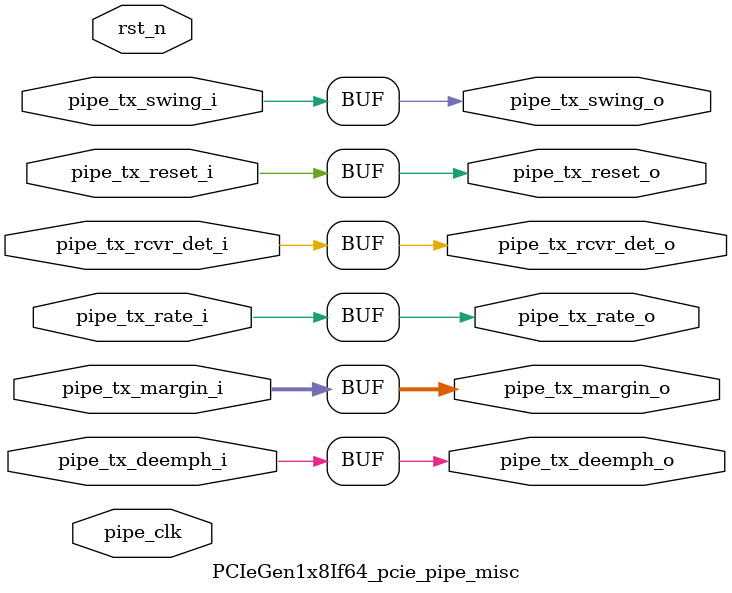
<source format=v>

`timescale 1ps/1ps

(* DowngradeIPIdentifiedWarnings = "yes" *)
module PCIeGen1x8If64_pcie_pipe_misc #
(
    parameter        PIPE_PIPELINE_STAGES = 0,    // 0 - 0 stages, 1 - 1 stage, 2 - 2 stages
    parameter TCQ  = 1 // synthesis warning solved: parameter declaration becomes local
)
(

    input   wire        pipe_tx_rcvr_det_i       ,     // PIPE Tx Receiver Detect
    input   wire        pipe_tx_reset_i          ,     // PIPE Tx Reset
    input   wire        pipe_tx_rate_i           ,     // PIPE Tx Rate
    input   wire        pipe_tx_deemph_i         ,     // PIPE Tx Deemphasis
    input   wire [2:0]  pipe_tx_margin_i         ,     // PIPE Tx Margin
    input   wire        pipe_tx_swing_i          ,     // PIPE Tx Swing

    output  wire        pipe_tx_rcvr_det_o       ,     // Pipelined PIPE Tx Receiver Detect
    output  wire        pipe_tx_reset_o          ,     // Pipelined PIPE Tx Reset
    output  wire        pipe_tx_rate_o           ,     // Pipelined PIPE Tx Rate
    output  wire        pipe_tx_deemph_o         ,     // Pipelined PIPE Tx Deemphasis
    output  wire [2:0]  pipe_tx_margin_o         ,     // Pipelined PIPE Tx Margin
    output  wire        pipe_tx_swing_o          ,     // Pipelined PIPE Tx Swing

    input   wire        pipe_clk                ,      // PIPE Clock
    input   wire        rst_n                          // Reset
);

//******************************************************************//
// Reality check.                                                   //
//******************************************************************//

//    parameter TCQ  = 1;      // clock to out delay model

    generate

    if (PIPE_PIPELINE_STAGES == 0) begin : pipe_stages_0

        assign pipe_tx_rcvr_det_o = pipe_tx_rcvr_det_i;
        assign pipe_tx_reset_o  = pipe_tx_reset_i;
        assign pipe_tx_rate_o = pipe_tx_rate_i;
        assign pipe_tx_deemph_o = pipe_tx_deemph_i;
        assign pipe_tx_margin_o = pipe_tx_margin_i;
        assign pipe_tx_swing_o = pipe_tx_swing_i;

    end // if (PIPE_PIPELINE_STAGES == 0)
    else if (PIPE_PIPELINE_STAGES == 1) begin : pipe_stages_1

    reg                pipe_tx_rcvr_det_q       ;
    reg                pipe_tx_reset_q          ;
    reg                pipe_tx_rate_q           ;
    reg                pipe_tx_deemph_q         ;
    reg [2:0]          pipe_tx_margin_q         ;
    reg                pipe_tx_swing_q          ;

        always @(posedge pipe_clk) begin

        if (rst_n)
        begin

            pipe_tx_rcvr_det_q <= #TCQ 0;
            pipe_tx_reset_q  <= #TCQ 1'b1;
            pipe_tx_rate_q <= #TCQ 0;
            pipe_tx_deemph_q <= #TCQ 1'b1;
            pipe_tx_margin_q <= #TCQ 0;
            pipe_tx_swing_q <= #TCQ 0;

        end
        else
        begin

            pipe_tx_rcvr_det_q <= #TCQ pipe_tx_rcvr_det_i;
            pipe_tx_reset_q  <= #TCQ pipe_tx_reset_i;
            pipe_tx_rate_q <= #TCQ pipe_tx_rate_i;
            pipe_tx_deemph_q <= #TCQ pipe_tx_deemph_i;
            pipe_tx_margin_q <= #TCQ pipe_tx_margin_i;
            pipe_tx_swing_q <= #TCQ pipe_tx_swing_i;

          end

        end

        assign pipe_tx_rcvr_det_o = pipe_tx_rcvr_det_q;
        assign pipe_tx_reset_o  = pipe_tx_reset_q;
        assign pipe_tx_rate_o = pipe_tx_rate_q;
        assign pipe_tx_deemph_o = pipe_tx_deemph_q;
        assign pipe_tx_margin_o = pipe_tx_margin_q;
        assign pipe_tx_swing_o = pipe_tx_swing_q;

    end // if (PIPE_PIPELINE_STAGES == 1)
    else if (PIPE_PIPELINE_STAGES == 2) begin : pipe_stages_2

    reg                pipe_tx_rcvr_det_q       ;
    reg                pipe_tx_reset_q          ;
    reg                pipe_tx_rate_q           ;
    reg                pipe_tx_deemph_q         ;
    reg [2:0]          pipe_tx_margin_q         ;
    reg                pipe_tx_swing_q          ;

    reg                pipe_tx_rcvr_det_qq      ;
    reg                pipe_tx_reset_qq         ;
    reg                pipe_tx_rate_qq          ;
    reg                pipe_tx_deemph_qq        ;
    reg [2:0]          pipe_tx_margin_qq        ;
    reg                pipe_tx_swing_qq         ;

        always @(posedge pipe_clk) begin

        if (rst_n)
        begin

            pipe_tx_rcvr_det_q <= #TCQ 0;
            pipe_tx_reset_q  <= #TCQ 1'b1;
            pipe_tx_rate_q <= #TCQ 0;
            pipe_tx_deemph_q <= #TCQ 1'b1;
            pipe_tx_margin_q <= #TCQ 0;
            pipe_tx_swing_q <= #TCQ 0;

            pipe_tx_rcvr_det_qq <= #TCQ 0;
            pipe_tx_reset_qq  <= #TCQ 1'b1;
            pipe_tx_rate_qq <= #TCQ 0;
            pipe_tx_deemph_qq <= #TCQ 1'b1;
            pipe_tx_margin_qq <= #TCQ 0;
            pipe_tx_swing_qq <= #TCQ 0;

        end
        else
        begin

            pipe_tx_rcvr_det_q <= #TCQ pipe_tx_rcvr_det_i;
            pipe_tx_reset_q  <= #TCQ pipe_tx_reset_i;
            pipe_tx_rate_q <= #TCQ pipe_tx_rate_i;
            pipe_tx_deemph_q <= #TCQ pipe_tx_deemph_i;
            pipe_tx_margin_q <= #TCQ pipe_tx_margin_i;
            pipe_tx_swing_q <= #TCQ pipe_tx_swing_i;

            pipe_tx_rcvr_det_qq <= #TCQ pipe_tx_rcvr_det_q;
            pipe_tx_reset_qq  <= #TCQ pipe_tx_reset_q;
            pipe_tx_rate_qq <= #TCQ pipe_tx_rate_q;
            pipe_tx_deemph_qq <= #TCQ pipe_tx_deemph_q;
            pipe_tx_margin_qq <= #TCQ pipe_tx_margin_q;
            pipe_tx_swing_qq <= #TCQ pipe_tx_swing_q;

          end

        end

        assign pipe_tx_rcvr_det_o = pipe_tx_rcvr_det_qq;
        assign pipe_tx_reset_o  = pipe_tx_reset_qq;
        assign pipe_tx_rate_o = pipe_tx_rate_qq;
        assign pipe_tx_deemph_o = pipe_tx_deemph_qq;
        assign pipe_tx_margin_o = pipe_tx_margin_qq;
        assign pipe_tx_swing_o = pipe_tx_swing_qq;

    end // if (PIPE_PIPELINE_STAGES == 2)

    endgenerate

endmodule


</source>
